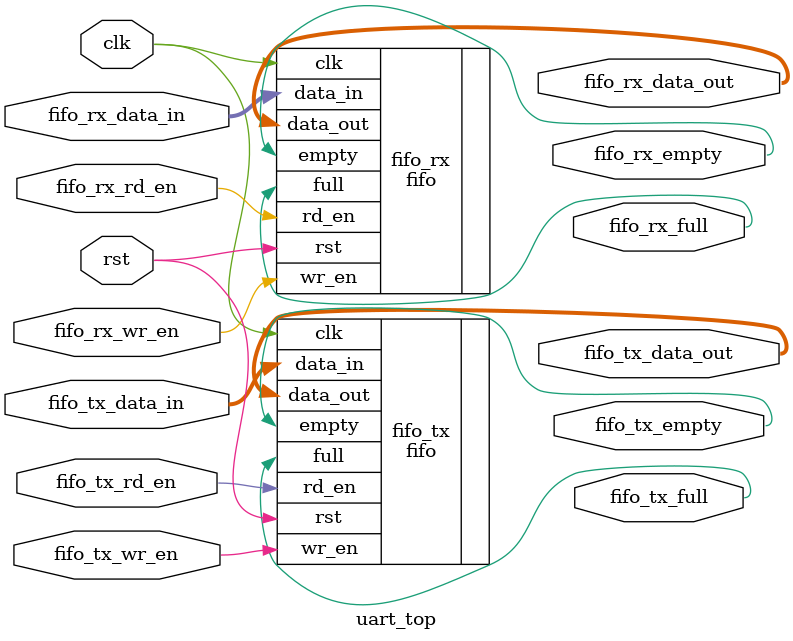
<source format=v>
/*
 * ----------------------------------------------------------------------------
 * "THE BEER-WARE LICENSE" (Revision 42):
 * Refik Yalcin wrote this file. As long as you retain this notice you
 * can do whatever you want with this stuff. If we meet some day, and you think
 * this stuff is worth it, you can buy me a coffe or ginger ale in return.
 * ----------------------------------------------------------------------------
 *
 * File Name: uart.v
 *
 * Project: UART Communication module 
 *
 * Module Name: UART Top module 
 *
 * Description: <Universal asyncronus send/receive communicaiton protocol module implemented using verilog for gate level synthesis 
 *
 * Functional Description:
 * This file contains the top module construction of the all uart protocol modules
 *
 *
 * Revision History:
 * Rev 1.0 - <Date>, <Your Name> - Initial release
 *
 * Additional Notes:
 * - Note 1: Baud controller created
 *
 */

module uart_top# 
( 
    parameter D_W = 8,
    parameter B_TICK = 16
) 
(
    input wire clk,
    input wire rst,

    // Read Channel FIFO
    input wire fifo_rx_wr_en,
    input wire fifo_rx_rd_en,
    input wire [D_W-1:0]fifo_rx_data_in,
    output wire [D_W-1:0]fifo_rx_data_out,
    output wire fifo_rx_full,
    output wire fifo_rx_empty,

    // Transmit Channel FIFO
    input wire fifo_tx_wr_en,
    input wire fifo_tx_rd_en,
    input wire [D_W-1:0]fifo_tx_data_in,
    output wire [D_W-1:0]fifo_tx_data_out,
    output wire fifo_tx_full,
    output wire fifo_tx_empty
);


//------------------------//     
//      Wire & Regs       //
//------------------------//     

// Read Channel FIFO
wire fifo_rx_wr_en;
wire fifo_rx_rd_en;
wire [D_W-1:0]fifo_rx_data_in;
wire [D_W-1:0]fifo_rx_data_out;
wire fifo_rx_full;
wire fifo_rx_empty;

// Transmit Channel FIFO
wire fifo_tx_wr_en;
wire fifo_tx_rd_en;
wire [D_W-1:0]fifo_tx_data_in;
wire [D_W-1:0]fifo_tx_data_out;
wire fifo_tx_full;
wire fifo_tx_empty;

// Baud generator
wire [15:0] BRGxR;


//------------------------//     
//  Module Instatiation   //
//------------------------//    


fifo #(.D_W(D_W), .DEPTH(64)) 
    fifo_rx (
            .clk(clk),
            .rst(rst),
            .wr_en(fifo_rx_wr_en),
            .rd_en(fifo_rx_rd_en),
            .data_in(fifo_rx_data_in),
            .data_out(fifo_rx_data_out),
            .full(fifo_rx_full),
            .empty(fifo_rx_empty)
            );


fifo #(.D_W(D_W), .DEPTH(64)) 
    fifo_tx (
            .clk(clk),
            .rst(rst),
            .wr_en(fifo_tx_wr_en),
            .rd_en(fifo_tx_rd_en),
            .data_in(fifo_tx_data_in),
            .data_out(fifo_tx_data_out),
            .full(fifo_tx_full),
            .empty(fifo_tx_empty)
            );

//------------------------//     
//      AXI Control       //
//------------------------//    




endmodule
</source>
